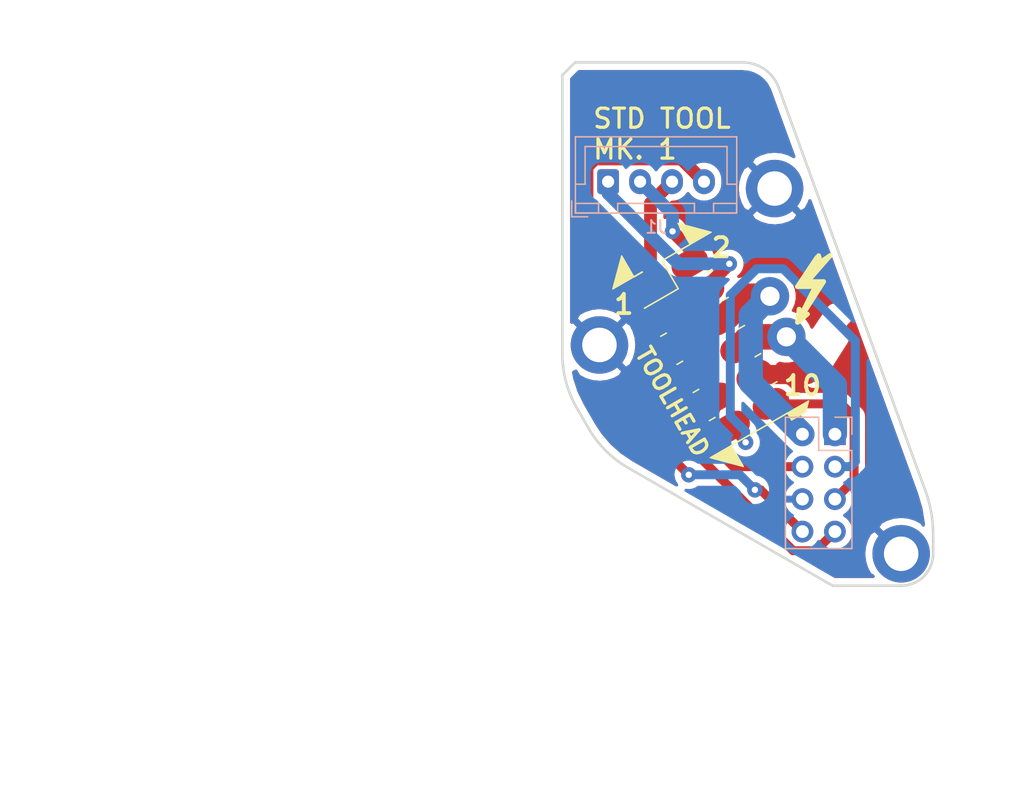
<source format=kicad_pcb>
(kicad_pcb (version 20171130) (host pcbnew "(5.1.9)-1")

  (general
    (thickness 1.6)
    (drawings 71)
    (tracks 69)
    (zones 0)
    (modules 7)
    (nets 13)
  )

  (page A4)
  (layers
    (0 F.Cu signal)
    (31 B.Cu signal)
    (32 B.Adhes user)
    (33 F.Adhes user)
    (34 B.Paste user)
    (35 F.Paste user)
    (36 B.SilkS user)
    (37 F.SilkS user)
    (38 B.Mask user)
    (39 F.Mask user)
    (40 Dwgs.User user)
    (41 Cmts.User user)
    (42 Eco1.User user)
    (43 Eco2.User user)
    (44 Edge.Cuts user)
    (45 Margin user)
    (46 B.CrtYd user)
    (47 F.CrtYd user)
    (48 B.Fab user)
    (49 F.Fab user)
  )

  (setup
    (last_trace_width 0.7)
    (user_trace_width 0.7)
    (user_trace_width 0.8)
    (user_trace_width 0.9)
    (user_trace_width 1)
    (user_trace_width 1.5)
    (user_trace_width 1.9)
    (user_trace_width 2)
    (user_trace_width 3)
    (user_trace_width 4)
    (trace_clearance 0.3)
    (zone_clearance 0.508)
    (zone_45_only no)
    (trace_min 0.2)
    (via_size 0.8)
    (via_drill 0.4)
    (via_min_size 0.4)
    (via_min_drill 0.3)
    (user_via 1.2 0.5)
    (user_via 3 1.5)
    (uvia_size 0.3)
    (uvia_drill 0.1)
    (uvias_allowed no)
    (uvia_min_size 0.2)
    (uvia_min_drill 0.1)
    (edge_width 0.05)
    (segment_width 0.2)
    (pcb_text_width 0.3)
    (pcb_text_size 1.5 1.5)
    (mod_edge_width 0.12)
    (mod_text_size 1 1)
    (mod_text_width 0.15)
    (pad_size 1.524 1.524)
    (pad_drill 0.762)
    (pad_to_mask_clearance 0)
    (aux_axis_origin 0 0)
    (grid_origin 78.511795 138.946696)
    (visible_elements 7FFFFFFF)
    (pcbplotparams
      (layerselection 0x010fc_ffffffff)
      (usegerberextensions false)
      (usegerberattributes true)
      (usegerberadvancedattributes true)
      (creategerberjobfile true)
      (excludeedgelayer true)
      (linewidth 0.100000)
      (plotframeref false)
      (viasonmask false)
      (mode 1)
      (useauxorigin false)
      (hpglpennumber 1)
      (hpglpenspeed 20)
      (hpglpendiameter 15.000000)
      (psnegative false)
      (psa4output false)
      (plotreference true)
      (plotvalue true)
      (plotinvisibletext false)
      (padsonsilk false)
      (subtractmaskfromsilk false)
      (outputformat 1)
      (mirror false)
      (drillshape 1)
      (scaleselection 1)
      (outputdirectory ""))
  )

  (net 0 "")
  (net 1 /GND1_0)
  (net 2 /THERM_OUT_0)
  (net 3 /AUX0_0)
  (net 4 /V_AUX0_0)
  (net 5 /1B_0)
  (net 6 /3V3_0)
  (net 7 /GND_0)
  (net 8 /HEATER_OUT_0)
  (net 9 /24V_0)
  (net 10 /1A_0)
  (net 11 /2A_0)
  (net 12 /2B_0)

  (net_class Default "This is the default net class."
    (clearance 0.3)
    (trace_width 0.3)
    (via_dia 0.8)
    (via_drill 0.4)
    (uvia_dia 0.3)
    (uvia_drill 0.1)
    (add_net /1A_0)
    (add_net /1B_0)
    (add_net /24V_0)
    (add_net /2A_0)
    (add_net /2B_0)
    (add_net /3V3_0)
    (add_net /AUX0_0)
    (add_net /GND1_0)
    (add_net /GND_0)
    (add_net /HEATER_OUT_0)
    (add_net /THERM_OUT_0)
    (add_net /V_AUX0_0)
  )

  (module 0_Daves_Stuff:Symbol_Highvoltage_Type1_SilkTop_Small (layer F.Cu) (tedit 0) (tstamp 60029F9B)
    (at 94.386795 135.136696)
    (descr "Symbol, Highvoltage, Type 1, Copper Top, Small,")
    (tags "Symbol, Highvoltage, Type 1, Copper Top, Small,")
    (attr virtual)
    (fp_text reference REF** (at 1.016 -5.207) (layer F.Fab)
      (effects (font (size 1 1) (thickness 0.15)))
    )
    (fp_text value Symbol_Highvoltage_Type1_CopperTop_Small (at 0.508 4.191) (layer F.Fab)
      (effects (font (size 1 1) (thickness 0.15)))
    )
    (fp_line (start -0.127 1.524) (end -0.254 1.016) (layer F.SilkS) (width 0.381))
    (fp_line (start 1.016 -0.762) (end -0.127 1.524) (layer F.SilkS) (width 0.381))
    (fp_line (start -0.381 -0.762) (end 1.016 -0.762) (layer F.SilkS) (width 0.381))
    (fp_line (start 1.143 -3.048) (end -0.381 -0.762) (layer F.SilkS) (width 0.381))
    (fp_line (start 1.397 -2.667) (end 1.27 -3.175) (layer F.SilkS) (width 0.381))
    (fp_line (start 2.159 -3.175) (end 1.397 -2.667) (layer F.SilkS) (width 0.381))
    (fp_line (start 0.381 -1.143) (end 2.159 -3.175) (layer F.SilkS) (width 0.381))
    (fp_line (start 1.651 -1.143) (end 0.381 -1.143) (layer F.SilkS) (width 0.381))
    (fp_line (start -0.127 1.651) (end 1.651 -1.143) (layer F.SilkS) (width 0.381))
    (fp_line (start 0.381 1.397) (end -0.127 1.651) (layer F.SilkS) (width 0.381))
    (fp_line (start -0.381 2.032) (end 0.381 1.397) (layer F.SilkS) (width 0.381))
    (fp_line (start -0.254 1.016) (end -0.381 2.032) (layer F.SilkS) (width 0.381))
    (fp_line (start 0 -0.889) (end 1.27 -0.889) (layer F.SilkS) (width 0.381))
    (fp_line (start 1.397 -2.794) (end 0 -0.889) (layer F.SilkS) (width 0.381))
  )

  (module 0c-boards:8021001230507101_HS (layer F.Cu) (tedit 600223E0) (tstamp 5FFDF9AA)
    (at 87.211795 138.946696 300)
    (descr "802-10-012-30-507101-2 Hand Solder")
    (tags Connector)
    (path /5FFD9C8C)
    (attr smd)
    (fp_text reference J0 (at 0 -4.572 300) (layer F.Fab)
      (effects (font (size 1.27 1.27) (thickness 0.254)))
    )
    (fp_text value TOOLHEAD (at 2.356983 4.807586 300) (layer F.SilkS)
      (effects (font (size 1.27 1.27) (thickness 0.254)))
    )
    (fp_line (start -2.54 2.54) (end -2.54 3.048) (layer F.SilkS) (width 0.12))
    (fp_line (start 0 2.54) (end 0 3.048) (layer F.SilkS) (width 0.12))
    (fp_line (start 2.54 2.54) (end 2.54 3.048) (layer F.SilkS) (width 0.12))
    (fp_line (start 5.08 2.54) (end 5.08 3.048) (layer F.SilkS) (width 0.12))
    (fp_line (start 5.08 -2.54) (end 5.08 -3.048) (layer F.SilkS) (width 0.12))
    (fp_line (start 2.54 -2.54) (end 2.54 -3.048) (layer F.SilkS) (width 0.12))
    (fp_line (start 0 -2.54) (end 0 -3.048) (layer F.SilkS) (width 0.12))
    (fp_line (start -2.54 -2.54) (end -2.54 -3.048) (layer F.SilkS) (width 0.12))
    (fp_line (start -5.08 2.54) (end -5.08 3.048) (layer F.SilkS) (width 0.12))
    (fp_line (start -5.08 -2.54) (end -5.08 -3.048) (layer F.SilkS) (width 0.12))
    (fp_line (start -8.62 3.54) (end -8.62 -3.54) (layer F.CrtYd) (width 0.1))
    (fp_line (start 8.62 3.54) (end -8.62 3.54) (layer F.CrtYd) (width 0.1))
    (fp_line (start 8.62 -3.54) (end 8.62 3.54) (layer F.CrtYd) (width 0.1))
    (fp_line (start -8.62 -3.54) (end 8.62 -3.54) (layer F.CrtYd) (width 0.1))
    (fp_line (start -7.62 2.54) (end -7.62 -2.54) (layer F.Fab) (width 0.2))
    (fp_line (start 7.62 2.54) (end -7.62 2.54) (layer F.Fab) (width 0.2))
    (fp_line (start 7.62 -2.54) (end 7.62 2.54) (layer F.Fab) (width 0.2))
    (fp_line (start -7.62 -2.54) (end 7.62 -2.54) (layer F.Fab) (width 0.2))
    (fp_line (start 7.62 -2.54) (end 7.62 2.54) (layer F.SilkS) (width 0.12))
    (fp_line (start -7.62 0) (end -7.62 -2.54) (layer F.SilkS) (width 0.12))
    (fp_line (start -7.62 0) (end -5.08 0) (layer F.SilkS) (width 0.12))
    (fp_line (start -5.08 0) (end -5.08 2.54) (layer F.SilkS) (width 0.12))
    (fp_line (start -7.62 2.54) (end -7.62 1.778) (layer F.SilkS) (width 0.12))
    (fp_line (start -7.62 1.778) (end -7.62 2.54) (layer F.SilkS) (width 0.12))
    (fp_text user %R (at 0 0 300) (layer F.Fab)
      (effects (font (size 1.27 1.27) (thickness 0.254)))
    )
    (fp_poly (pts (xy 7.62 4.445) (xy 7.62 2.54) (xy 9.525 2.54)) (layer F.SilkS) (width 0.1))
    (fp_poly (pts (xy -7.62 4.445) (xy -9.525 2.54) (xy -7.62 2.54)) (layer F.SilkS) (width 0.1))
    (fp_poly (pts (xy -7.62 -2.54) (xy -9.525 -2.54) (xy -7.62 -4.445)) (layer F.SilkS) (width 0.1))
    (fp_poly (pts (xy 8.255 -3.81) (xy 8.255 -2.54) (xy 7.62 -2.54) (xy 7.62 -4.445)) (layer F.SilkS) (width 0.1))
    (pad 4 smd roundrect (at -3.81 -1.778 30) (size 3 2) (layers F.Cu F.Paste F.Mask) (roundrect_rratio 0.5)
      (net 10 /1A_0))
    (pad 6 smd roundrect (at -1.27 -1.778 30) (size 3 2) (layers F.Cu F.Paste F.Mask) (roundrect_rratio 0.5)
      (net 9 /24V_0))
    (pad 8 smd roundrect (at 1.27 -1.778 30) (size 3 2) (layers F.Cu F.Paste F.Mask) (roundrect_rratio 0.5)
      (net 8 /HEATER_OUT_0))
    (pad 10 smd roundrect (at 3.81 -1.778 30) (size 3 2) (layers F.Cu F.Paste F.Mask) (roundrect_rratio 0.5)
      (net 7 /GND_0))
    (pad 12 smd roundrect (at 6.35 -1.778 30) (size 3 2) (layers F.Cu F.Paste F.Mask) (roundrect_rratio 0.5)
      (net 6 /3V3_0))
    (pad 11 smd roundrect (at 6.35 1.778 30) (size 3 2) (layers F.Cu F.Paste F.Mask) (roundrect_rratio 0.5)
      (net 1 /GND1_0))
    (pad 9 smd roundrect (at 3.81 1.778 30) (size 3 2) (layers F.Cu F.Paste F.Mask) (roundrect_rratio 0.5)
      (net 2 /THERM_OUT_0))
    (pad 7 smd roundrect (at 1.27 1.778 30) (size 3 2) (layers F.Cu F.Paste F.Mask) (roundrect_rratio 0.5)
      (net 3 /AUX0_0))
    (pad 5 smd roundrect (at -1.27 1.778 30) (size 3 2) (layers F.Cu F.Paste F.Mask) (roundrect_rratio 0.5)
      (net 4 /V_AUX0_0))
    (pad 3 smd roundrect (at -3.81 1.778 30) (size 3 2) (layers F.Cu F.Paste F.Mask) (roundrect_rratio 0.5)
      (net 5 /1B_0))
    (pad 2 smd roundrect (at -6.35 -1.778 30) (size 3 2) (layers F.Cu F.Paste F.Mask) (roundrect_rratio 0.5)
      (net 11 /2A_0))
    (pad 1 smd roundrect (at -6.35 1.77 30) (size 3 2) (layers F.Cu F.Paste F.Mask) (roundrect_rratio 0.5)
      (net 12 /2B_0))
    (model "D:/Users/Dave/Documents/3D Printing/Cube Zero/Electronics/switcher/c-boards/c-boards.pretty/802-10-012-30-507101.step"
      (offset (xyz -6.35 1.27 0))
      (scale (xyz 1 1 1))
      (rotate (xyz 0 0 0))
    )
  )

  (module Connector_JST:JST_XH_B4B-XH-A_1x04_P2.50mm_Vertical (layer B.Cu) (tedit 5C28146C) (tstamp 5FFDFDDD)
    (at 79.189001 126.167583)
    (descr "JST XH series connector, B4B-XH-A (http://www.jst-mfg.com/product/pdf/eng/eXH.pdf), generated with kicad-footprint-generator")
    (tags "connector JST XH vertical")
    (path /600D071F)
    (fp_text reference J1 (at 3.75 3.55) (layer B.SilkS)
      (effects (font (size 1 1) (thickness 0.15)) (justify mirror))
    )
    (fp_text value "MOTOR OUT" (at 3.75 -4.6) (layer B.Fab)
      (effects (font (size 1 1) (thickness 0.15)) (justify mirror))
    )
    (fp_line (start -2.85 2.75) (end -2.85 1.5) (layer B.SilkS) (width 0.12))
    (fp_line (start -1.6 2.75) (end -2.85 2.75) (layer B.SilkS) (width 0.12))
    (fp_line (start 9.3 -2.75) (end 3.75 -2.75) (layer B.SilkS) (width 0.12))
    (fp_line (start 9.3 0.2) (end 9.3 -2.75) (layer B.SilkS) (width 0.12))
    (fp_line (start 10.05 0.2) (end 9.3 0.2) (layer B.SilkS) (width 0.12))
    (fp_line (start -1.8 -2.75) (end 3.75 -2.75) (layer B.SilkS) (width 0.12))
    (fp_line (start -1.8 0.2) (end -1.8 -2.75) (layer B.SilkS) (width 0.12))
    (fp_line (start -2.55 0.2) (end -1.8 0.2) (layer B.SilkS) (width 0.12))
    (fp_line (start 10.05 2.45) (end 8.25 2.45) (layer B.SilkS) (width 0.12))
    (fp_line (start 10.05 1.7) (end 10.05 2.45) (layer B.SilkS) (width 0.12))
    (fp_line (start 8.25 1.7) (end 10.05 1.7) (layer B.SilkS) (width 0.12))
    (fp_line (start 8.25 2.45) (end 8.25 1.7) (layer B.SilkS) (width 0.12))
    (fp_line (start -0.75 2.45) (end -2.55 2.45) (layer B.SilkS) (width 0.12))
    (fp_line (start -0.75 1.7) (end -0.75 2.45) (layer B.SilkS) (width 0.12))
    (fp_line (start -2.55 1.7) (end -0.75 1.7) (layer B.SilkS) (width 0.12))
    (fp_line (start -2.55 2.45) (end -2.55 1.7) (layer B.SilkS) (width 0.12))
    (fp_line (start 6.75 2.45) (end 0.75 2.45) (layer B.SilkS) (width 0.12))
    (fp_line (start 6.75 1.7) (end 6.75 2.45) (layer B.SilkS) (width 0.12))
    (fp_line (start 0.75 1.7) (end 6.75 1.7) (layer B.SilkS) (width 0.12))
    (fp_line (start 0.75 2.45) (end 0.75 1.7) (layer B.SilkS) (width 0.12))
    (fp_line (start 0 1.35) (end 0.625 2.35) (layer B.Fab) (width 0.1))
    (fp_line (start -0.625 2.35) (end 0 1.35) (layer B.Fab) (width 0.1))
    (fp_line (start 10.45 2.85) (end -2.95 2.85) (layer B.CrtYd) (width 0.05))
    (fp_line (start 10.45 -3.9) (end 10.45 2.85) (layer B.CrtYd) (width 0.05))
    (fp_line (start -2.95 -3.9) (end 10.45 -3.9) (layer B.CrtYd) (width 0.05))
    (fp_line (start -2.95 2.85) (end -2.95 -3.9) (layer B.CrtYd) (width 0.05))
    (fp_line (start 10.06 2.46) (end -2.56 2.46) (layer B.SilkS) (width 0.12))
    (fp_line (start 10.06 -3.51) (end 10.06 2.46) (layer B.SilkS) (width 0.12))
    (fp_line (start -2.56 -3.51) (end 10.06 -3.51) (layer B.SilkS) (width 0.12))
    (fp_line (start -2.56 2.46) (end -2.56 -3.51) (layer B.SilkS) (width 0.12))
    (fp_line (start 9.95 2.35) (end -2.45 2.35) (layer B.Fab) (width 0.1))
    (fp_line (start 9.95 -3.4) (end 9.95 2.35) (layer B.Fab) (width 0.1))
    (fp_line (start -2.45 -3.4) (end 9.95 -3.4) (layer B.Fab) (width 0.1))
    (fp_line (start -2.45 2.35) (end -2.45 -3.4) (layer B.Fab) (width 0.1))
    (fp_text user %R (at 3.75 -2.7) (layer B.Fab)
      (effects (font (size 1 1) (thickness 0.15)) (justify mirror))
    )
    (pad 4 thru_hole oval (at 7.5 0) (size 1.7 1.95) (drill 0.95) (layers *.Cu *.Mask)
      (net 5 /1B_0))
    (pad 3 thru_hole oval (at 5 0) (size 1.7 1.95) (drill 0.95) (layers *.Cu *.Mask)
      (net 12 /2B_0))
    (pad 2 thru_hole oval (at 2.5 0) (size 1.7 1.95) (drill 0.95) (layers *.Cu *.Mask)
      (net 11 /2A_0))
    (pad 1 thru_hole roundrect (at 0 0) (size 1.7 1.95) (drill 0.95) (layers *.Cu *.Mask) (roundrect_rratio 0.147059)
      (net 10 /1A_0))
    (model ${KISYS3DMOD}/Connector_JST.3dshapes/JST_XH_B4B-XH-A_1x04_P2.50mm_Vertical.wrl
      (at (xyz 0 0 0))
      (scale (xyz 1 1 1))
      (rotate (xyz 0 0 0))
    )
  )

  (module Connector_PinHeader_2.54mm:PinHeader_2x04_P2.54mm_Vertical (layer B.Cu) (tedit 59FED5CC) (tstamp 6002294E)
    (at 96.926795 145.931696 180)
    (descr "Through hole straight pin header, 2x04, 2.54mm pitch, double rows")
    (tags "Through hole pin header THT 2x04 2.54mm double row")
    (path /600DF752)
    (fp_text reference J2 (at 1.27 2.33) (layer B.Fab)
      (effects (font (size 1 1) (thickness 0.15)) (justify mirror))
    )
    (fp_text value "INTERBOARD A" (at 1.27 -9.95) (layer B.Fab)
      (effects (font (size 1 1) (thickness 0.15)) (justify mirror))
    )
    (fp_line (start 0 1.27) (end 3.81 1.27) (layer B.Fab) (width 0.1))
    (fp_line (start 3.81 1.27) (end 3.81 -8.89) (layer B.Fab) (width 0.1))
    (fp_line (start 3.81 -8.89) (end -1.27 -8.89) (layer B.Fab) (width 0.1))
    (fp_line (start -1.27 -8.89) (end -1.27 0) (layer B.Fab) (width 0.1))
    (fp_line (start -1.27 0) (end 0 1.27) (layer B.Fab) (width 0.1))
    (fp_line (start -1.33 -8.95) (end 3.87 -8.95) (layer B.SilkS) (width 0.12))
    (fp_line (start -1.33 -1.27) (end -1.33 -8.95) (layer B.SilkS) (width 0.12))
    (fp_line (start 3.87 1.33) (end 3.87 -8.95) (layer B.SilkS) (width 0.12))
    (fp_line (start -1.33 -1.27) (end 1.27 -1.27) (layer B.SilkS) (width 0.12))
    (fp_line (start 1.27 -1.27) (end 1.27 1.33) (layer B.SilkS) (width 0.12))
    (fp_line (start 1.27 1.33) (end 3.87 1.33) (layer B.SilkS) (width 0.12))
    (fp_line (start -1.33 0) (end -1.33 1.33) (layer B.SilkS) (width 0.12))
    (fp_line (start -1.33 1.33) (end 0 1.33) (layer B.SilkS) (width 0.12))
    (fp_line (start -1.8 1.8) (end -1.8 -9.4) (layer B.CrtYd) (width 0.05))
    (fp_line (start -1.8 -9.4) (end 4.35 -9.4) (layer B.CrtYd) (width 0.05))
    (fp_line (start 4.35 -9.4) (end 4.35 1.8) (layer B.CrtYd) (width 0.05))
    (fp_line (start 4.35 1.8) (end -1.8 1.8) (layer B.CrtYd) (width 0.05))
    (fp_text user %R (at 1.27 -3.81 270) (layer B.Fab)
      (effects (font (size 1 1) (thickness 0.15)) (justify mirror))
    )
    (pad 8 thru_hole oval (at 2.54 -7.62 180) (size 1.7 1.7) (drill 1) (layers *.Cu *.Mask)
      (net 4 /V_AUX0_0))
    (pad 7 thru_hole oval (at 0 -7.62 180) (size 1.7 1.7) (drill 1) (layers *.Cu *.Mask)
      (net 3 /AUX0_0))
    (pad 6 thru_hole oval (at 2.54 -5.08 180) (size 1.7 1.7) (drill 1) (layers *.Cu *.Mask)
      (net 7 /GND_0))
    (pad 5 thru_hole oval (at 0 -5.08 180) (size 1.7 1.7) (drill 1) (layers *.Cu *.Mask)
      (net 6 /3V3_0))
    (pad 4 thru_hole oval (at 2.54 -2.54 180) (size 1.7 1.7) (drill 1) (layers *.Cu *.Mask)
      (net 2 /THERM_OUT_0))
    (pad 3 thru_hole oval (at 0 -2.54 180) (size 1.7 1.7) (drill 1) (layers *.Cu *.Mask)
      (net 1 /GND1_0))
    (pad 2 thru_hole oval (at 2.54 0 180) (size 1.7 1.7) (drill 1) (layers *.Cu *.Mask)
      (net 9 /24V_0))
    (pad 1 thru_hole rect (at 0 0 180) (size 1.7 1.7) (drill 1) (layers *.Cu *.Mask)
      (net 8 /HEATER_OUT_0))
    (model ${KISYS3DMOD}/Connector_PinHeader_2.54mm.3dshapes/PinHeader_2x04_P2.54mm_Vertical.wrl
      (at (xyz 0 0 0))
      (scale (xyz 1 1 1))
      (rotate (xyz 0 0 0))
    )
  )

  (module MountingHole:MountingHole_2.7mm_M2.5_ISO7380_Pad_TopBottom (layer F.Cu) (tedit 56D1B4CB) (tstamp 5FFE24A7)
    (at 78.511795 138.946696)
    (descr "Mounting Hole 2.7mm, M2.5, ISO7380")
    (tags "mounting hole 2.7mm m2.5 iso7380")
    (path /5FFF275A)
    (attr virtual)
    (fp_text reference H2 (at 0 -3.25) (layer F.Fab)
      (effects (font (size 1 1) (thickness 0.15)))
    )
    (fp_text value MountingHole_Pad (at 0 3.25) (layer F.Fab)
      (effects (font (size 1 1) (thickness 0.15)))
    )
    (fp_circle (center 0 0) (end 2.25 0) (layer Cmts.User) (width 0.15))
    (fp_circle (center 0 0) (end 2.5 0) (layer F.CrtYd) (width 0.05))
    (fp_text user %R (at 0.3 0) (layer F.Fab)
      (effects (font (size 1 1) (thickness 0.15)))
    )
    (pad 1 connect circle (at 0 0) (size 4.5 4.5) (layers B.Cu B.Mask)
      (net 7 /GND_0))
    (pad 1 connect circle (at 0 0) (size 4.5 4.5) (layers F.Cu F.Mask)
      (net 7 /GND_0))
    (pad 1 thru_hole circle (at 0 0) (size 3.1 3.1) (drill 2.7) (layers *.Cu *.Mask)
      (net 7 /GND_0))
  )

  (module MountingHole:MountingHole_2.7mm_M2.5_ISO7380_Pad_TopBottom (layer F.Cu) (tedit 56D1B4CB) (tstamp 5FFE249D)
    (at 102.108664 155.28737)
    (descr "Mounting Hole 2.7mm, M2.5, ISO7380")
    (tags "mounting hole 2.7mm m2.5 iso7380")
    (path /5FFF248E)
    (attr virtual)
    (fp_text reference H1 (at 0 -3.25) (layer F.Fab)
      (effects (font (size 1 1) (thickness 0.15)))
    )
    (fp_text value MountingHole_Pad (at 0 3.25) (layer F.Fab)
      (effects (font (size 1 1) (thickness 0.15)))
    )
    (fp_circle (center 0 0) (end 2.25 0) (layer Cmts.User) (width 0.15))
    (fp_circle (center 0 0) (end 2.5 0) (layer F.CrtYd) (width 0.05))
    (fp_text user %R (at 0.3 0) (layer F.Fab)
      (effects (font (size 1 1) (thickness 0.15)))
    )
    (pad 1 connect circle (at 0 0) (size 4.5 4.5) (layers B.Cu B.Mask)
      (net 7 /GND_0))
    (pad 1 connect circle (at 0 0) (size 4.5 4.5) (layers F.Cu F.Mask)
      (net 7 /GND_0))
    (pad 1 thru_hole circle (at 0 0) (size 3.1 3.1) (drill 2.7) (layers *.Cu *.Mask)
      (net 7 /GND_0))
  )

  (module MountingHole:MountingHole_2.7mm_M2.5_ISO7380_Pad_TopBottom (layer F.Cu) (tedit 56D1B4CB) (tstamp 5FFE2493)
    (at 92.209845 126.706363)
    (descr "Mounting Hole 2.7mm, M2.5, ISO7380")
    (tags "mounting hole 2.7mm m2.5 iso7380")
    (path /5FFF1E52)
    (attr virtual)
    (fp_text reference H0 (at 0 -3.25) (layer F.Fab)
      (effects (font (size 1 1) (thickness 0.15)))
    )
    (fp_text value MountingHole_Pad (at 0 3.25) (layer F.Fab)
      (effects (font (size 1 1) (thickness 0.15)))
    )
    (fp_circle (center 0 0) (end 2.25 0) (layer Cmts.User) (width 0.15))
    (fp_circle (center 0 0) (end 2.5 0) (layer F.CrtYd) (width 0.05))
    (fp_text user %R (at 0.3 0) (layer F.Fab)
      (effects (font (size 1 1) (thickness 0.15)))
    )
    (pad 1 connect circle (at 0 0) (size 4.5 4.5) (layers B.Cu B.Mask)
      (net 7 /GND_0))
    (pad 1 connect circle (at 0 0) (size 4.5 4.5) (layers F.Cu F.Mask)
      (net 7 /GND_0))
    (pad 1 thru_hole circle (at 0 0) (size 3.1 3.1) (drill 2.7) (layers *.Cu *.Mask)
      (net 7 /GND_0))
  )

  (gr_text "STD TOOL\nMK. 1" (at 77.876795 122.436696) (layer F.SilkS) (tstamp 600292EE)
    (effects (font (size 1.5 1.5) (thickness 0.25)) (justify left))
  )
  (gr_text "CUBE ZERO" (at 77.876795 118.626696) (layer F.Mask)
    (effects (font (size 1.5 1.5) (thickness 0.25)) (justify left))
  )
  (gr_text 10 (at 94.386795 142.121696) (layer F.SilkS) (tstamp 600291A8)
    (effects (font (size 1.5 1.5) (thickness 0.3)))
  )
  (gr_text 2 (at 88.036795 131.326696) (layer F.SilkS) (tstamp 600291A5)
    (effects (font (size 1.5 1.5) (thickness 0.3)))
  )
  (gr_text 1 (at 80.416795 135.771696) (layer F.SilkS)
    (effects (font (size 1.5 1.5) (thickness 0.3)))
  )
  (gr_line (start 77.198707 144.670189) (end 79.796783 143.170189) (layer Dwgs.User) (width 0.2))
  (gr_circle (center 79.796783 143.170189) (end 81.146783 143.170189) (layer Dwgs.User) (width 0.2))
  (gr_line (start 89.209845 126.121076) (end 86.799845 126.121076) (layer Dwgs.User) (width 0.2))
  (gr_line (start 76.74863 143.890633) (end 77.648784 145.449746) (layer Edge.Cuts) (width 0.2))
  (gr_line (start 98.568664 155.378697) (end 89.769845 150.298697) (layer Dwgs.User) (width 0.2))
  (gr_line (start 75.609845 117.831076) (end 75.609845 121.187816) (layer Edge.Cuts) (width 0.2))
  (gr_circle (center 102.108664 155.28737) (end 103.458664 155.28737) (layer Dwgs.User) (width 0.2))
  (gr_line (start 86.799845 126.121076) (end 86.799846 128.531076) (layer Dwgs.User) (width 0.2))
  (gr_line (start 93.23955 149.368993) (end 89.769845 150.298697) (layer Dwgs.User) (width 0.2))
  (gr_arc (start 89.709845 119.831076) (end 92.52924 118.805885) (angle -70) (layer Edge.Cuts) (width 0.2))
  (gr_arc (start 94.608664 153.78737) (end 104.608664 153.78737) (angle -20) (layer Edge.Cuts) (width 0.2))
  (gr_line (start 83.38264 132.301076) (end 82.917788 134.035928) (layer Dwgs.User) (width 0.2))
  (gr_line (start 91.039845 148.098993) (end 92.774698 147.63414) (layer Dwgs.User) (width 0.2))
  (gr_line (start 96.740608 157.78737) (end 102.108664 157.78737) (layer Edge.Cuts) (width 0.2))
  (gr_arc (start 91.890608 166.187816) (end 91.890608 174.387816) (angle -150) (layer Dwgs.User) (width 0.2))
  (gr_line (start 89.709845 116.831076) (end 76.609845 116.831076) (layer Edge.Cuts) (width 0.2))
  (gr_line (start 84.65264 134.50078) (end 81.182935 133.571076) (layer Dwgs.User) (width 0.2))
  (gr_line (start 92.309845 145.899288) (end 101.108664 150.979288) (layer Dwgs.User) (width 0.2))
  (gr_circle (center 102.108664 155.28737) (end 103.458664 155.28737) (layer Dwgs.User) (width 0.2))
  (gr_line (start 79.169846 126.121076) (end 76.609846 126.121076) (layer Dwgs.User) (width 0.2))
  (gr_line (start 79.169845 128.531076) (end 79.169846 126.121076) (layer Dwgs.User) (width 0.2))
  (gr_line (start 89.769845 150.298697) (end 92.309845 145.899288) (layer Dwgs.User) (width 0.2))
  (gr_line (start 91.039845 148.098993) (end 91.504698 149.833845) (layer Dwgs.User) (width 0.2))
  (gr_arc (start 85.01 141.199746) (end 76.349746 146.199746) (angle -30) (layer Dwgs.User) (width 0.2))
  (gr_line (start 104.608664 155.28737) (end 104.608664 153.78737) (layer Edge.Cuts) (width 0.2))
  (gr_line (start 92.309845 145.899288) (end 93.23955 149.368993) (layer Dwgs.User) (width 0.2))
  (gr_arc (start 102.108664 155.28737) (end 102.108664 157.78737) (angle -90) (layer Edge.Cuts) (width 0.2))
  (gr_line (start 75.609845 121.187816) (end 75.609846 139.640633) (layer Edge.Cuts) (width 0.2))
  (gr_line (start 91.039845 148.098993) (end 93.23955 149.368993) (layer Dwgs.User) (width 0.2))
  (gr_circle (center 91.890608 166.187816) (end 97.090608 166.187816) (layer Dwgs.User) (width 0.2))
  (gr_line (start 104.006644 150.370066) (end 92.52924 118.805885) (layer Edge.Cuts) (width 0.2))
  (gr_line (start 101.108664 150.979288) (end 98.568664 155.378697) (layer Dwgs.User) (width 0.2))
  (gr_line (start 80.76 148.560962) (end 96.740608 157.78737) (layer Edge.Cuts) (width 0.2))
  (gr_arc (start 85.01 141.199746) (end 77.648784 145.449746) (angle -30) (layer Edge.Cuts) (width 0.2))
  (gr_line (start 93.23955 149.368993) (end 94.50955 147.169288) (layer Dwgs.User) (width 0.2))
  (gr_arc (start 84.109845 139.640633) (end 75.609846 139.640633) (angle -30) (layer Edge.Cuts) (width 0.2))
  (gr_line (start 80.01 149.86) (end 95.990608 159.086408) (layer Dwgs.User) (width 0.2))
  (gr_circle (center 91.890608 166.187816) (end 100.090608 166.187816) (layer Dwgs.User) (width 0.2))
  (gr_line (start 74.109845 121.187816) (end 74.109846 139.640633) (layer Dwgs.User) (width 0.2))
  (gr_arc (start 85.01 141.199746) (end 76.349746 146.199746) (angle -30) (layer Dwgs.User) (width 0.2))
  (gr_line (start 76.609845 116.831076) (end 75.609845 117.831076) (layer Edge.Cuts) (width 0.2))
  (gr_line (start 76.609845 128.531076) (end 76.609845 116.831076) (layer Dwgs.User) (width 0.2))
  (gr_line (start 89.209845 128.531076) (end 76.609845 128.531076) (layer Dwgs.User) (width 0.2))
  (gr_line (start 89.209845 116.831076) (end 89.209845 128.531076) (layer Dwgs.User) (width 0.2))
  (gr_line (start 75.449591 144.640633) (end 76.349746 146.199746) (layer Dwgs.User) (width 0.2))
  (gr_line (start 85.582344 131.031076) (end 93.202344 144.229303) (layer Dwgs.User) (width 0.2))
  (gr_arc (start 84.109846 139.640633) (end 74.109846 139.640633) (angle -30) (layer Dwgs.User) (width 0.2))
  (gr_circle (center 65.909846 121.187816) (end 71.109845 121.187816) (layer Dwgs.User) (width 0.2))
  (gr_line (start 76.609845 116.831076) (end 89.209845 116.831076) (layer Dwgs.User) (width 0.2))
  (gr_line (start 75.449591 144.640633) (end 76.349746 146.199746) (layer Dwgs.User) (width 0.2))
  (gr_arc (start 84.109846 139.640633) (end 74.109846 139.640633) (angle -30) (layer Dwgs.User) (width 0.2))
  (gr_line (start 74.109845 121.187816) (end 74.109846 139.640633) (layer Dwgs.User) (width 0.2))
  (gr_arc (start 65.909846 121.187816) (end 74.109845 121.187816) (angle -150) (layer Dwgs.User) (width 0.2))
  (gr_line (start 91.890608 174.387816) (end 39.929084 174.387816) (layer Dwgs.User) (width 0.2))
  (gr_line (start 88.802935 146.769303) (end 81.182935 133.571076) (layer Dwgs.User) (width 0.2))
  (gr_line (start 84.65264 134.50078) (end 85.582344 131.031076) (layer Dwgs.User) (width 0.2))
  (gr_arc (start 39.929084 166.187816) (end 32.827676 162.087816) (angle -120) (layer Dwgs.User) (width 0.2))
  (gr_line (start 32.827676 162.087816) (end 58.808438 117.087816) (layer Dwgs.User) (width 0.2))
  (gr_line (start 83.38264 132.301076) (end 85.117492 132.765928) (layer Dwgs.User) (width 0.2))
  (gr_line (start 83.38264 132.301076) (end 84.65264 134.50078) (layer Dwgs.User) (width 0.2))
  (gr_line (start 93.202344 144.229303) (end 88.802935 146.769303) (layer Dwgs.User) (width 0.2))
  (gr_line (start 81.182935 133.571076) (end 85.582344 131.031076) (layer Dwgs.User) (width 0.2))
  (gr_circle (center 91.890608 166.187816) (end 97.090608 166.187816) (layer Dwgs.User) (width 0.2))
  (gr_circle (center 39.929084 166.187816) (end 45.129084 166.187816) (layer Dwgs.User) (width 0.2))
  (gr_arc (start 91.890608 166.187816) (end 91.890608 174.387816) (angle -150) (layer Dwgs.User) (width 0.2))
  (gr_line (start 80.01 149.86) (end 95.990608 159.086408) (layer Dwgs.User) (width 0.2))

  (via (at 89.941795 146.566696) (size 1.2) (drill 0.5) (layers F.Cu B.Cu) (net 1))
  (segment (start 88.847002 145.471903) (end 89.941795 146.566696) (width 0.7) (layer F.Cu) (net 1))
  (segment (start 88.847002 145.334957) (end 88.847002 145.471903) (width 0.7) (layer F.Cu) (net 1))
  (segment (start 98.128876 148.471696) (end 96.926795 148.471696) (width 0.7) (layer B.Cu) (net 1))
  (segment (start 98.526805 138.634704) (end 98.526805 148.073767) (width 0.7) (layer B.Cu) (net 1))
  (segment (start 92.878796 132.986695) (end 98.526805 138.634704) (width 0.7) (layer B.Cu) (net 1))
  (segment (start 90.814794 132.986695) (end 92.878796 132.986695) (width 0.7) (layer B.Cu) (net 1))
  (segment (start 88.746786 135.054703) (end 90.814794 132.986695) (width 0.7) (layer B.Cu) (net 1))
  (segment (start 98.526805 148.073767) (end 98.128876 148.471696) (width 0.7) (layer B.Cu) (net 1))
  (segment (start 88.746786 144.523159) (end 88.746786 135.054703) (width 0.7) (layer B.Cu) (net 1))
  (segment (start 89.941795 145.718168) (end 88.746786 144.523159) (width 0.7) (layer B.Cu) (net 1))
  (segment (start 89.941795 146.566696) (end 89.941795 145.718168) (width 0.7) (layer B.Cu) (net 1))
  (segment (start 88.970288 148.471696) (end 94.386795 148.471696) (width 0.7) (layer F.Cu) (net 2))
  (segment (start 86.766495 146.267903) (end 88.970288 148.471696) (width 0.7) (layer F.Cu) (net 2))
  (segment (start 86.766495 144.902539) (end 86.766495 146.267903) (width 0.7) (layer F.Cu) (net 2))
  (segment (start 87.577002 144.092032) (end 86.766495 144.902539) (width 0.7) (layer F.Cu) (net 2))
  (segment (start 87.577002 143.135253) (end 87.577002 144.092032) (width 0.7) (layer F.Cu) (net 2))
  (segment (start 86.307002 140.935548) (end 85.695952 140.935548) (width 1) (layer F.Cu) (net 3))
  (segment (start 95.426794 155.051697) (end 96.926795 153.551696) (width 0.7) (layer F.Cu) (net 3))
  (segment (start 93.666794 155.051697) (end 95.426794 155.051697) (width 0.7) (layer F.Cu) (net 3))
  (segment (start 85.496495 146.881398) (end 93.666794 155.051697) (width 0.7) (layer F.Cu) (net 3))
  (segment (start 85.496495 142.702835) (end 85.496495 146.881398) (width 0.7) (layer F.Cu) (net 3))
  (segment (start 86.307002 141.892328) (end 85.496495 142.702835) (width 0.7) (layer F.Cu) (net 3))
  (segment (start 86.307002 140.935548) (end 86.307002 141.892328) (width 0.7) (layer F.Cu) (net 3))
  (via (at 85.496795 149.106696) (size 1.2) (drill 0.5) (layers F.Cu B.Cu) (net 4))
  (segment (start 84.226495 147.836396) (end 85.496795 149.106696) (width 0.7) (layer F.Cu) (net 4))
  (segment (start 84.226495 139.546351) (end 84.226495 147.836396) (width 0.7) (layer F.Cu) (net 4))
  (segment (start 85.037002 138.735844) (end 84.226495 139.546351) (width 0.7) (layer F.Cu) (net 4))
  (via (at 90.668178 150.285313) (size 1.2) (drill 0.5) (layers F.Cu B.Cu) (net 4))
  (segment (start 89.489561 149.106696) (end 90.668178 150.285313) (width 0.7) (layer B.Cu) (net 4))
  (segment (start 85.496795 149.106696) (end 89.489561 149.106696) (width 0.7) (layer B.Cu) (net 4))
  (segment (start 91.120412 150.285313) (end 94.386795 153.551696) (width 0.7) (layer F.Cu) (net 4))
  (segment (start 90.668178 150.285313) (end 91.120412 150.285313) (width 0.7) (layer F.Cu) (net 4))
  (segment (start 84.913991 124.392573) (end 86.689001 126.167583) (width 1) (layer F.Cu) (net 5))
  (segment (start 78.154069 124.392573) (end 84.913991 124.392573) (width 1) (layer F.Cu) (net 5))
  (segment (start 77.538991 125.007651) (end 78.154069 124.392573) (width 1) (layer F.Cu) (net 5))
  (segment (start 81.482049 136.536139) (end 77.538991 132.593081) (width 1) (layer F.Cu) (net 5))
  (segment (start 77.538991 132.593081) (end 77.538991 125.007651) (width 1) (layer F.Cu) (net 5))
  (segment (start 83.767002 136.536139) (end 81.482049 136.536139) (width 1) (layer F.Cu) (net 5))
  (segment (start 98.426796 149.511695) (end 96.926795 151.011696) (width 0.7) (layer F.Cu) (net 6))
  (segment (start 98.426796 144.561695) (end 98.426796 149.511695) (width 0.7) (layer F.Cu) (net 6))
  (segment (start 97.422058 143.556957) (end 98.426796 144.561695) (width 0.7) (layer F.Cu) (net 6))
  (segment (start 91.926588 143.556957) (end 97.422058 143.556957) (width 0.7) (layer F.Cu) (net 6))
  (segment (start 90.754754 141.259087) (end 94.794186 141.259087) (width 1.5) (layer F.Cu) (net 7))
  (segment (start 90.656588 141.357253) (end 90.754754 141.259087) (width 1.5) (layer F.Cu) (net 7))
  (via (at 93.132721 138.311696) (size 3) (drill 1.5) (layers F.Cu B.Cu) (net 8))
  (segment (start 90.23244 138.311696) (end 93.132721 138.311696) (width 2) (layer F.Cu) (net 8))
  (segment (start 89.386588 139.157548) (end 90.23244 138.311696) (width 2) (layer F.Cu) (net 8))
  (segment (start 96.926795 142.10577) (end 96.926795 145.931696) (width 1.9) (layer B.Cu) (net 8))
  (segment (start 93.132721 138.311696) (end 96.926795 142.10577) (width 1.9) (layer B.Cu) (net 8))
  (via (at 91.846795 135.136696) (size 3) (drill 1.5) (layers F.Cu B.Cu) (net 9))
  (segment (start 89.937736 135.136696) (end 88.116588 136.957844) (width 2) (layer F.Cu) (net 9))
  (segment (start 91.846795 135.136696) (end 89.937736 135.136696) (width 2) (layer F.Cu) (net 9))
  (segment (start 90.346796 141.891697) (end 94.386795 145.931696) (width 1.9) (layer B.Cu) (net 9))
  (segment (start 90.346796 136.636695) (end 90.346796 141.891697) (width 1.9) (layer B.Cu) (net 9))
  (segment (start 91.846795 135.136696) (end 90.346796 136.636695) (width 1.9) (layer B.Cu) (net 9))
  (via (at 88.671795 132.596696) (size 1.2) (drill 0.5) (layers F.Cu B.Cu) (net 10))
  (segment (start 86.846588 134.421903) (end 88.671795 132.596696) (width 1) (layer F.Cu) (net 10))
  (segment (start 86.846588 134.758139) (end 86.846588 134.421903) (width 1) (layer F.Cu) (net 10))
  (segment (start 79.189001 127.090904) (end 79.189001 126.167583) (width 1) (layer B.Cu) (net 10))
  (segment (start 84.694793 132.596696) (end 79.189001 127.090904) (width 1) (layer B.Cu) (net 10))
  (segment (start 88.671795 132.596696) (end 84.694793 132.596696) (width 1) (layer B.Cu) (net 10))
  (segment (start 85.576588 131.406489) (end 84.226795 130.056696) (width 1) (layer F.Cu) (net 11))
  (via (at 84.226795 130.056696) (size 1.2) (drill 0.5) (layers F.Cu B.Cu) (net 11))
  (segment (start 85.576588 132.558435) (end 85.576588 131.406489) (width 1) (layer F.Cu) (net 11))
  (segment (start 84.226795 128.705377) (end 81.689001 126.167583) (width 1) (layer B.Cu) (net 11))
  (segment (start 84.226795 130.056696) (end 84.226795 128.705377) (width 1) (layer B.Cu) (net 11))
  (segment (start 82.50393 127.852654) (end 84.189001 126.167583) (width 1) (layer F.Cu) (net 12))
  (segment (start 82.50393 134.332435) (end 82.50393 127.852654) (width 1) (layer F.Cu) (net 12))

  (zone (net 7) (net_name /GND_0) (layer B.Cu) (tstamp 0) (hatch edge 0.508)
    (connect_pads (clearance 0.508))
    (min_thickness 0.254)
    (fill yes (arc_segments 32) (thermal_gap 0.54) (thermal_bridge_width 0.54))
    (polygon
      (pts
        (xy 96.3295 112.5855) (xy 111.5695 158.6865) (xy 101.7905 163.068) (xy 72.136 148.5265) (xy 72.517 111.9505)
      )
    )
    (filled_polygon
      (pts
        (xy 90.149788 117.612805) (xy 90.572271 117.740502) (xy 90.961906 117.947829) (xy 91.303852 118.226889) (xy 91.585086 118.567056)
        (xy 91.807775 118.979215) (xy 91.841566 119.065519) (xy 93.707782 124.197826) (xy 93.305659 123.987793) (xy 92.754237 123.826246)
        (xy 92.181893 123.775381) (xy 91.610624 123.837153) (xy 91.062383 124.009186) (xy 90.60472 124.253812) (xy 90.358878 124.653163)
        (xy 92.209845 126.50413) (xy 92.223987 126.489988) (xy 92.42622 126.692221) (xy 92.412078 126.706363) (xy 94.263045 128.55733)
        (xy 94.662396 128.311488) (xy 94.928415 127.802177) (xy 94.968566 127.665128) (xy 98.407388 137.122286) (xy 93.609512 132.324411)
        (xy 93.578666 132.286825) (xy 93.42868 132.163735) (xy 93.257563 132.072271) (xy 93.07189 132.015948) (xy 92.927176 132.001695)
        (xy 92.878796 131.99693) (xy 92.830416 132.001695) (xy 90.863174 132.001695) (xy 90.814794 131.99693) (xy 90.766414 132.001695)
        (xy 90.6217 132.015948) (xy 90.436027 132.072271) (xy 90.26491 132.163735) (xy 90.114924 132.286825) (xy 90.084083 132.324405)
        (xy 89.906795 132.501693) (xy 89.906795 132.475059) (xy 89.859335 132.23646) (xy 89.766238 132.011704) (xy 89.631082 131.809429)
        (xy 89.459062 131.637409) (xy 89.256787 131.502253) (xy 89.032031 131.409156) (xy 88.793432 131.361696) (xy 88.550158 131.361696)
        (xy 88.311559 131.409156) (xy 88.184716 131.461696) (xy 85.164926 131.461696) (xy 84.837313 131.134083) (xy 85.014062 131.015983)
        (xy 85.186082 130.843963) (xy 85.321238 130.641688) (xy 85.414335 130.416932) (xy 85.461795 130.178333) (xy 85.461795 129.935059)
        (xy 85.414335 129.69646) (xy 85.361795 129.569617) (xy 85.361795 128.761129) (xy 85.361949 128.759563) (xy 90.358878 128.759563)
        (xy 90.60472 129.158914) (xy 91.114031 129.424933) (xy 91.665453 129.58648) (xy 92.237797 129.637345) (xy 92.809066 129.575573)
        (xy 93.357307 129.40354) (xy 93.81497 129.158914) (xy 94.060812 128.759563) (xy 92.209845 126.908596) (xy 90.358878 128.759563)
        (xy 85.361949 128.759563) (xy 85.367286 128.705377) (xy 85.345372 128.482878) (xy 85.280471 128.26893) (xy 85.175079 128.071754)
        (xy 85.068784 127.942233) (xy 85.068782 127.942231) (xy 85.033244 127.898928) (xy 84.989941 127.86339) (xy 84.784602 127.658051)
        (xy 85.018015 127.533289) (xy 85.244135 127.347717) (xy 85.429707 127.121597) (xy 85.439001 127.104209) (xy 85.448295 127.121597)
        (xy 85.633867 127.347717) (xy 85.859988 127.533289) (xy 86.117968 127.671182) (xy 86.397891 127.756096) (xy 86.689001 127.784768)
        (xy 86.980112 127.756096) (xy 87.260035 127.671182) (xy 87.518015 127.533289) (xy 87.744135 127.347717) (xy 87.929707 127.121597)
        (xy 88.0676 126.863616) (xy 88.106823 126.734315) (xy 89.278863 126.734315) (xy 89.340635 127.305584) (xy 89.512668 127.853825)
        (xy 89.757294 128.311488) (xy 90.156645 128.55733) (xy 92.007612 126.706363) (xy 90.156645 124.855396) (xy 89.757294 125.101238)
        (xy 89.491275 125.610549) (xy 89.329728 126.161971) (xy 89.278863 126.734315) (xy 88.106823 126.734315) (xy 88.152514 126.583693)
        (xy 88.174001 126.365532) (xy 88.174001 125.969633) (xy 88.152514 125.751472) (xy 88.0676 125.471549) (xy 87.929707 125.213569)
        (xy 87.744135 124.987449) (xy 87.518014 124.801877) (xy 87.260034 124.663984) (xy 86.980111 124.57907) (xy 86.689001 124.550398)
        (xy 86.39789 124.57907) (xy 86.117967 124.663984) (xy 85.859987 124.801877) (xy 85.633867 124.987449) (xy 85.448295 125.21357)
        (xy 85.439001 125.230957) (xy 85.429707 125.213569) (xy 85.244135 124.987449) (xy 85.018014 124.801877) (xy 84.760034 124.663984)
        (xy 84.480111 124.57907) (xy 84.189001 124.550398) (xy 83.89789 124.57907) (xy 83.617967 124.663984) (xy 83.359987 124.801877)
        (xy 83.133867 124.987449) (xy 82.948295 125.21357) (xy 82.939001 125.230957) (xy 82.929707 125.213569) (xy 82.744135 124.987449)
        (xy 82.518014 124.801877) (xy 82.260034 124.663984) (xy 81.980111 124.57907) (xy 81.689001 124.550398) (xy 81.39789 124.57907)
        (xy 81.117967 124.663984) (xy 80.859987 124.801877) (xy 80.633867 124.987449) (xy 80.581778 125.05092) (xy 80.527406 124.949197)
        (xy 80.416963 124.814621) (xy 80.282387 124.704178) (xy 80.128851 124.622111) (xy 79.962255 124.571575) (xy 79.789001 124.554511)
        (xy 78.589001 124.554511) (xy 78.415747 124.571575) (xy 78.249151 124.622111) (xy 78.095615 124.704178) (xy 77.961039 124.814621)
        (xy 77.850596 124.949197) (xy 77.768529 125.102733) (xy 77.717993 125.269329) (xy 77.700929 125.442583) (xy 77.700929 126.892583)
        (xy 77.717993 127.065837) (xy 77.768529 127.232433) (xy 77.850596 127.385969) (xy 77.961039 127.520545) (xy 78.095615 127.630988)
        (xy 78.228759 127.702155) (xy 78.240717 127.724527) (xy 78.382552 127.897353) (xy 78.425866 127.9329) (xy 83.852806 133.359842)
        (xy 83.888344 133.403145) (xy 83.931647 133.438683) (xy 83.931649 133.438685) (xy 84.06117 133.54498) (xy 84.258346 133.650372)
        (xy 84.472294 133.715273) (xy 84.694793 133.737187) (xy 84.750545 133.731696) (xy 88.184716 133.731696) (xy 88.311559 133.784236)
        (xy 88.550158 133.831696) (xy 88.576793 133.831696) (xy 88.084497 134.323992) (xy 88.046917 134.354833) (xy 87.923827 134.504819)
        (xy 87.874938 134.596284) (xy 87.832362 134.675937) (xy 87.776039 134.86161) (xy 87.757021 135.054703) (xy 87.761787 135.103093)
        (xy 87.761786 144.474779) (xy 87.757021 144.523159) (xy 87.761786 144.571538) (xy 87.776039 144.716252) (xy 87.832362 144.901925)
        (xy 87.923826 145.073043) (xy 88.046916 145.223029) (xy 88.084501 145.253874) (xy 88.837094 146.006468) (xy 88.754255 146.20646)
        (xy 88.706795 146.445059) (xy 88.706795 146.688333) (xy 88.754255 146.926932) (xy 88.847352 147.151688) (xy 88.982508 147.353963)
        (xy 89.154528 147.525983) (xy 89.356803 147.661139) (xy 89.581559 147.754236) (xy 89.820158 147.801696) (xy 90.063432 147.801696)
        (xy 90.302031 147.754236) (xy 90.526787 147.661139) (xy 90.729062 147.525983) (xy 90.901082 147.353963) (xy 91.036238 147.151688)
        (xy 91.129335 146.926932) (xy 91.176795 146.688333) (xy 91.176795 146.445059) (xy 91.129335 146.20646) (xy 91.036238 145.981704)
        (xy 90.926795 145.817911) (xy 90.926795 145.766548) (xy 90.93156 145.718168) (xy 90.912542 145.525074) (xy 90.856219 145.339401)
        (xy 90.847029 145.322207) (xy 90.764755 145.168284) (xy 90.641665 145.018298) (xy 90.604085 144.987457) (xy 89.731786 144.115159)
        (xy 89.731786 143.518215) (xy 93.321088 147.107518) (xy 93.501955 147.255951) (xy 93.519401 147.265276) (xy 93.440163 147.318221)
        (xy 93.23332 147.525064) (xy 93.070805 147.768285) (xy 92.958863 148.038538) (xy 92.901795 148.325436) (xy 92.901795 148.617956)
        (xy 92.958863 148.904854) (xy 93.070805 149.175107) (xy 93.23332 149.418328) (xy 93.440163 149.625171) (xy 93.593145 149.72739)
        (xy 93.475764 149.798714) (xy 93.256628 149.999754) (xy 93.080924 150.239683) (xy 92.955404 150.50928) (xy 92.917514 150.634202)
        (xy 93.044139 150.868696) (xy 94.243795 150.868696) (xy 94.243795 150.848696) (xy 94.529795 150.848696) (xy 94.529795 150.868696)
        (xy 94.549795 150.868696) (xy 94.549795 151.154696) (xy 94.529795 151.154696) (xy 94.529795 151.174696) (xy 94.243795 151.174696)
        (xy 94.243795 151.154696) (xy 93.044139 151.154696) (xy 92.917514 151.38919) (xy 92.955404 151.514112) (xy 93.080924 151.783709)
        (xy 93.256628 152.023638) (xy 93.475764 152.224678) (xy 93.593145 152.296002) (xy 93.440163 152.398221) (xy 93.23332 152.605064)
        (xy 93.070805 152.848285) (xy 92.958863 153.118538) (xy 92.901795 153.405436) (xy 92.901795 153.697956) (xy 92.958863 153.984854)
        (xy 93.070805 154.255107) (xy 93.23332 154.498328) (xy 93.440163 154.705171) (xy 93.683384 154.867686) (xy 93.953637 154.979628)
        (xy 94.240535 155.036696) (xy 94.533055 155.036696) (xy 94.819953 154.979628) (xy 95.090206 154.867686) (xy 95.333427 154.705171)
        (xy 95.54027 154.498328) (xy 95.656795 154.323936) (xy 95.77332 154.498328) (xy 95.980163 154.705171) (xy 96.223384 154.867686)
        (xy 96.493637 154.979628) (xy 96.780535 155.036696) (xy 97.073055 155.036696) (xy 97.359953 154.979628) (xy 97.630206 154.867686)
        (xy 97.873427 154.705171) (xy 98.08027 154.498328) (xy 98.242785 154.255107) (xy 98.354727 153.984854) (xy 98.411795 153.697956)
        (xy 98.411795 153.405436) (xy 98.354727 153.118538) (xy 98.242785 152.848285) (xy 98.08027 152.605064) (xy 97.873427 152.398221)
        (xy 97.699035 152.281696) (xy 97.873427 152.165171) (xy 98.08027 151.958328) (xy 98.242785 151.715107) (xy 98.354727 151.444854)
        (xy 98.411795 151.157956) (xy 98.411795 150.865436) (xy 98.354727 150.578538) (xy 98.242785 150.308285) (xy 98.08027 150.065064)
        (xy 97.873427 149.858221) (xy 97.699035 149.741696) (xy 97.873427 149.625171) (xy 98.041902 149.456696) (xy 98.080496 149.456696)
        (xy 98.128876 149.461461) (xy 98.177256 149.456696) (xy 98.32197 149.442443) (xy 98.507643 149.38612) (xy 98.67876 149.294656)
        (xy 98.828746 149.171566) (xy 98.859592 149.13398) (xy 99.189089 148.804483) (xy 99.226675 148.773637) (xy 99.349765 148.623651)
        (xy 99.441229 148.452534) (xy 99.497552 148.266861) (xy 99.511805 148.122147) (xy 99.51657 148.073767) (xy 99.511805 148.025387)
        (xy 99.511805 140.15956) (xy 103.306982 150.596735) (xy 103.642006 151.735048) (xy 103.828822 152.888483) (xy 103.835899 153.033177)
        (xy 103.713789 152.834819) (xy 103.204478 152.5688) (xy 102.653056 152.407253) (xy 102.080712 152.356388) (xy 101.509443 152.41816)
        (xy 100.961202 152.590193) (xy 100.503539 152.834819) (xy 100.257697 153.23417) (xy 102.108664 155.085137) (xy 102.122806 155.070995)
        (xy 102.325039 155.273228) (xy 102.310897 155.28737) (xy 102.325039 155.301512) (xy 102.122806 155.503745) (xy 102.108664 155.489603)
        (xy 102.094522 155.503745) (xy 101.892289 155.301512) (xy 101.906431 155.28737) (xy 100.055464 153.436403) (xy 99.656113 153.682245)
        (xy 99.390094 154.191556) (xy 99.228547 154.742978) (xy 99.177682 155.315322) (xy 99.239454 155.886591) (xy 99.411487 156.434832)
        (xy 99.656113 156.892495) (xy 99.915817 157.05237) (xy 96.937551 157.05237) (xy 85.282346 150.323235) (xy 85.375158 150.341696)
        (xy 85.618432 150.341696) (xy 85.857031 150.294236) (xy 86.081787 150.201139) (xy 86.24558 150.091696) (xy 89.081561 150.091696)
        (xy 89.442207 150.452342) (xy 89.480638 150.645549) (xy 89.573735 150.870305) (xy 89.708891 151.07258) (xy 89.880911 151.2446)
        (xy 90.083186 151.379756) (xy 90.307942 151.472853) (xy 90.546541 151.520313) (xy 90.789815 151.520313) (xy 91.028414 151.472853)
        (xy 91.25317 151.379756) (xy 91.455445 151.2446) (xy 91.627465 151.07258) (xy 91.762621 150.870305) (xy 91.855718 150.645549)
        (xy 91.903178 150.40695) (xy 91.903178 150.163676) (xy 91.855718 149.925077) (xy 91.762621 149.700321) (xy 91.627465 149.498046)
        (xy 91.455445 149.326026) (xy 91.25317 149.19087) (xy 91.028414 149.097773) (xy 90.835207 149.059342) (xy 90.220277 148.444412)
        (xy 90.189431 148.406826) (xy 90.039445 148.283736) (xy 89.868328 148.192272) (xy 89.682655 148.135949) (xy 89.537941 148.121696)
        (xy 89.489561 148.116931) (xy 89.441181 148.121696) (xy 86.24558 148.121696) (xy 86.081787 148.012253) (xy 85.857031 147.919156)
        (xy 85.618432 147.871696) (xy 85.375158 147.871696) (xy 85.136559 147.919156) (xy 84.911803 148.012253) (xy 84.709528 148.147409)
        (xy 84.537508 148.319429) (xy 84.402352 148.521704) (xy 84.309255 148.74646) (xy 84.261795 148.985059) (xy 84.261795 149.228333)
        (xy 84.309255 149.466932) (xy 84.402352 149.691688) (xy 84.536681 149.892725) (xy 81.149177 147.936949) (xy 80.251827 147.333956)
        (xy 79.463334 146.631433) (xy 78.774987 145.825482) (xy 78.274723 145.063905) (xy 77.397675 143.544813) (xy 76.922043 142.573927)
        (xy 76.590451 141.571287) (xy 76.499089 141.078343) (xy 76.540736 141.11999) (xy 76.660829 140.999897) (xy 76.90667 141.399247)
        (xy 77.415981 141.665266) (xy 77.967403 141.826813) (xy 78.539747 141.877678) (xy 79.111016 141.815906) (xy 79.659257 141.643873)
        (xy 80.11692 141.399247) (xy 80.362762 140.999896) (xy 78.511795 139.148929) (xy 78.497653 139.163071) (xy 78.29542 138.960838)
        (xy 78.309562 138.946696) (xy 78.714028 138.946696) (xy 80.564995 140.797663) (xy 80.964346 140.551821) (xy 81.230365 140.04251)
        (xy 81.391912 139.491088) (xy 81.442777 138.918744) (xy 81.381005 138.347475) (xy 81.208972 137.799234) (xy 80.964346 137.341571)
        (xy 80.564995 137.095729) (xy 78.714028 138.946696) (xy 78.309562 138.946696) (xy 76.458595 137.095729) (xy 76.344846 137.165753)
        (xy 76.344846 136.893496) (xy 76.660828 136.893496) (xy 78.511795 138.744463) (xy 80.362762 136.893496) (xy 80.11692 136.494145)
        (xy 79.607609 136.228126) (xy 79.056187 136.066579) (xy 78.483843 136.015714) (xy 77.912574 136.077486) (xy 77.364333 136.249519)
        (xy 76.90667 136.494145) (xy 76.660828 136.893496) (xy 76.344846 136.893496) (xy 76.344844 121.223931) (xy 76.344845 121.223921)
        (xy 76.344845 118.135522) (xy 76.914292 117.566076) (xy 89.674719 117.566076)
      )
    )
  )
  (zone (net 7) (net_name /GND_0) (layer F.Cu) (tstamp 60022840) (hatch edge 0.508)
    (connect_pads (clearance 0.508))
    (min_thickness 0.254)
    (fill yes (arc_segments 32) (thermal_gap 0.54) (thermal_bridge_width 0.54))
    (polygon
      (pts
        (xy 96.3295 112.643251) (xy 111.5695 158.744251) (xy 101.7905 163.125751) (xy 72.136 148.584251) (xy 72.517 112.008251)
      )
    )
    (filled_polygon
      (pts
        (xy 103.306982 150.596735) (xy 103.642006 151.735048) (xy 103.828822 152.888483) (xy 103.835899 153.033177) (xy 103.713789 152.834819)
        (xy 103.204478 152.5688) (xy 102.653056 152.407253) (xy 102.080712 152.356388) (xy 101.509443 152.41816) (xy 100.961202 152.590193)
        (xy 100.503539 152.834819) (xy 100.257697 153.23417) (xy 102.108664 155.085137) (xy 102.122806 155.070995) (xy 102.325039 155.273228)
        (xy 102.310897 155.28737) (xy 102.325039 155.301512) (xy 102.122806 155.503745) (xy 102.108664 155.489603) (xy 102.094522 155.503745)
        (xy 101.892289 155.301512) (xy 101.906431 155.28737) (xy 100.055464 153.436403) (xy 99.656113 153.682245) (xy 99.390094 154.191556)
        (xy 99.228547 154.742978) (xy 99.177682 155.315322) (xy 99.239454 155.886591) (xy 99.411487 156.434832) (xy 99.656113 156.892495)
        (xy 99.915817 157.05237) (xy 96.937551 157.05237) (xy 95.178354 156.036697) (xy 95.378414 156.036697) (xy 95.426794 156.041462)
        (xy 95.475174 156.036697) (xy 95.619888 156.022444) (xy 95.805561 155.966121) (xy 95.976678 155.874657) (xy 96.126664 155.751567)
        (xy 96.15751 155.713982) (xy 96.834795 155.036696) (xy 97.073055 155.036696) (xy 97.359953 154.979628) (xy 97.630206 154.867686)
        (xy 97.873427 154.705171) (xy 98.08027 154.498328) (xy 98.242785 154.255107) (xy 98.354727 153.984854) (xy 98.411795 153.697956)
        (xy 98.411795 153.405436) (xy 98.354727 153.118538) (xy 98.242785 152.848285) (xy 98.08027 152.605064) (xy 97.873427 152.398221)
        (xy 97.699035 152.281696) (xy 97.873427 152.165171) (xy 98.08027 151.958328) (xy 98.242785 151.715107) (xy 98.354727 151.444854)
        (xy 98.411795 151.157956) (xy 98.411795 150.919697) (xy 99.089086 150.242406) (xy 99.126666 150.211565) (xy 99.249756 150.061579)
        (xy 99.34122 149.890462) (xy 99.397543 149.704789) (xy 99.411796 149.560075) (xy 99.416561 149.511695) (xy 99.411796 149.463315)
        (xy 99.411796 144.610074) (xy 99.416561 144.561694) (xy 99.397543 144.368601) (xy 99.34122 144.182928) (xy 99.327694 144.157622)
        (xy 99.249756 144.011811) (xy 99.126666 143.861825) (xy 99.08908 143.830979) (xy 98.152774 142.894673) (xy 98.121928 142.857087)
        (xy 97.971942 142.733997) (xy 97.800825 142.642533) (xy 97.615152 142.58621) (xy 97.470438 142.571957) (xy 97.422058 142.567192)
        (xy 97.373678 142.571957) (xy 93.823102 142.571957) (xy 93.591168 142.2269) (xy 93.356795 142.007386) (xy 93.0841 141.837814)
        (xy 93.027608 141.816552) (xy 93.056734 141.769712) (xy 93.103016 141.646746) (xy 93.124418 141.517113) (xy 93.120119 141.385796)
        (xy 93.090285 141.257841) (xy 93.03606 141.138165) (xy 92.68814 140.542004) (xy 92.460357 140.480971) (xy 92.604766 140.397596)
        (xy 92.595576 140.381678) (xy 92.922442 140.446696) (xy 93.343 140.446696) (xy 93.755477 140.364649) (xy 94.144023 140.203708)
        (xy 94.493704 139.970059) (xy 94.791084 139.672679) (xy 94.877751 139.542973) (xy 94.88645 139.547611) (xy 94.958361 139.586049)
        (xy 94.958781 139.586177) (xy 94.959163 139.58638) (xy 95.035928 139.609579) (xy 95.113969 139.633252) (xy 95.114407 139.633295)
        (xy 95.11482 139.63342) (xy 95.194693 139.641202) (xy 95.235242 139.645196) (xy 95.235681 139.645196) (xy 95.276662 139.649189)
        (xy 95.316775 139.645196) (xy 95.337108 139.645196) (xy 95.26814 139.783132) (xy 95.201614 139.792969) (xy 95.19246 139.79624)
        (xy 95.182867 139.797888) (xy 95.11595 139.823576) (xy 95.048485 139.84768) (xy 95.040138 139.852678) (xy 95.031059 139.856163)
        (xy 94.970464 139.894395) (xy 94.908971 139.931214) (xy 94.901761 139.937743) (xy 94.893535 139.942933) (xy 94.841541 139.992274)
        (xy 94.788437 140.040361) (xy 94.782642 140.048168) (xy 94.775583 140.054866) (xy 94.734211 140.113405) (xy 94.69151 140.170925)
        (xy 94.687349 140.179713) (xy 94.681733 140.187659) (xy 94.652571 140.253157) (xy 94.621919 140.317891) (xy 94.619553 140.32732)
        (xy 94.615594 140.336211) (xy 94.599776 140.406116) (xy 94.582335 140.475608) (xy 94.579838 140.525959) (xy 94.459972 141.484893)
        (xy 94.449708 141.538598) (xy 94.450214 141.605985) (xy 94.44845 141.673363) (xy 94.450825 141.687183) (xy 94.45093 141.701201)
        (xy 94.464574 141.767196) (xy 94.475988 141.833624) (xy 94.481013 141.846714) (xy 94.483851 141.860443) (xy 94.510111 141.922518)
        (xy 94.534262 141.985432) (xy 94.541742 141.997288) (xy 94.547206 142.010203) (xy 94.585066 142.065953) (xy 94.621032 142.122956)
        (xy 94.630686 142.133129) (xy 94.638561 142.144725) (xy 94.68658 142.192028) (xy 94.732966 142.240908) (xy 94.74441 142.248996)
        (xy 94.754403 142.25884) (xy 94.810726 142.295865) (xy 94.865758 142.334758) (xy 94.878569 142.340462) (xy 94.890283 142.348162)
        (xy 94.952733 142.373481) (xy 95.01431 142.400897) (xy 95.027986 142.403991) (xy 95.040978 142.409259) (xy 95.107173 142.421909)
        (xy 95.172909 142.436784) (xy 95.186925 142.437151) (xy 95.200697 142.439783) (xy 95.268087 142.439277) (xy 95.335462 142.441041)
        (xy 95.349282 142.438666) (xy 95.3633 142.438561) (xy 95.429295 142.424917) (xy 95.495723 142.413503) (xy 95.508813 142.408478)
        (xy 95.522542 142.40564) (xy 95.584617 142.37938) (xy 95.647531 142.355229) (xy 95.659387 142.347749) (xy 95.672302 142.342285)
        (xy 95.728058 142.304421) (xy 95.785055 142.268459) (xy 95.824716 142.230822) (xy 96.524069 141.648029) (xy 96.546369 141.633991)
        (xy 96.58637 141.596111) (xy 96.597421 141.586902) (xy 96.615843 141.568201) (xy 96.664439 141.522182) (xy 96.67279 141.510392)
        (xy 96.682939 141.500089) (xy 96.719746 141.444097) (xy 96.758427 141.389486) (xy 96.764316 141.376297) (xy 96.772262 141.364209)
        (xy 96.797432 141.302126) (xy 96.824722 141.241005) (xy 96.827927 141.22691) (xy 96.833358 141.213514) (xy 96.845928 141.14774)
        (xy 96.860775 141.082443) (xy 96.861169 141.067993) (xy 96.863882 141.053795) (xy 96.863379 140.986838) (xy 96.865202 140.919895)
        (xy 96.862769 140.905644) (xy 96.86266 140.89119) (xy 96.849102 140.825609) (xy 96.837832 140.759605) (xy 96.832667 140.746108)
        (xy 96.82974 140.731949) (xy 96.828616 140.729291) (xy 97.977504 138.923896) (xy 97.997494 138.899538) (xy 98.021055 138.855458)
        (xy 98.026009 138.847674) (xy 98.040157 138.819722) (xy 98.074148 138.75613) (xy 98.076846 138.747236) (xy 98.081041 138.738948)
        (xy 98.100423 138.669513) (xy 98.121351 138.600522) (xy 98.122262 138.591277) (xy 98.12476 138.582326) (xy 98.130223 138.510442)
        (xy 98.137289 138.438696) (xy 98.136378 138.429447) (xy 98.137082 138.420184) (xy 98.12842 138.348644) (xy 98.121351 138.27687)
        (xy 98.118652 138.267974) (xy 98.117536 138.258754) (xy 98.095088 138.190291) (xy 98.074148 138.121262) (xy 98.069765 138.113062)
        (xy 98.066872 138.104239) (xy 98.031483 138.041443) (xy 97.997494 137.977854) (xy 97.991602 137.970674) (xy 97.987038 137.962576)
        (xy 97.940068 137.90788) (xy 97.894336 137.852155) (xy 97.887151 137.846258) (xy 97.881099 137.839211) (xy 97.824373 137.794738)
        (xy 97.768637 137.748997) (xy 97.760442 137.744617) (xy 97.75313 137.738884) (xy 97.748901 137.736744) (xy 98.371914 137.024729)
      )
    )
    (filled_polygon
      (pts
        (xy 94.529795 150.868696) (xy 94.549795 150.868696) (xy 94.549795 151.154696) (xy 94.529795 151.154696) (xy 94.529795 151.174696)
        (xy 94.243795 151.174696) (xy 94.243795 151.154696) (xy 94.223795 151.154696) (xy 94.223795 150.868696) (xy 94.243795 150.868696)
        (xy 94.243795 150.848696) (xy 94.529795 150.848696)
      )
    )
    (filled_polygon
      (pts
        (xy 90.149788 117.612805) (xy 90.572271 117.740502) (xy 90.961906 117.947829) (xy 91.303852 118.226889) (xy 91.585086 118.567056)
        (xy 91.807775 118.979215) (xy 91.841566 119.065519) (xy 93.707782 124.197826) (xy 93.305659 123.987793) (xy 92.754237 123.826246)
        (xy 92.181893 123.775381) (xy 91.610624 123.837153) (xy 91.062383 124.009186) (xy 90.60472 124.253812) (xy 90.358878 124.653163)
        (xy 92.209845 126.50413) (xy 92.223987 126.489988) (xy 92.42622 126.692221) (xy 92.412078 126.706363) (xy 94.263045 128.55733)
        (xy 94.662396 128.311488) (xy 94.928415 127.802177) (xy 94.968566 127.665128) (xy 97.846649 135.580188) (xy 97.816662 135.577203)
        (xy 97.788702 135.579927) (xy 97.760617 135.579039) (xy 97.707951 135.587795) (xy 97.654819 135.592972) (xy 97.62792 135.601101)
        (xy 97.60021 135.605708) (xy 97.550276 135.624565) (xy 97.499162 135.640012) (xy 97.47437 135.653231) (xy 97.448087 135.663156)
        (xy 97.402779 135.691401) (xy 97.391632 135.697344) (xy 97.372948 135.7098) (xy 97.353566 135.695411) (xy 97.2066 135.62582)
        (xy 97.048883 135.586236) (xy 96.886473 135.578183) (xy 96.725614 135.601969) (xy 96.572485 135.65668) (xy 96.432971 135.740214)
        (xy 96.312437 135.849361) (xy 96.281304 135.891298) (xy 96.21264 135.94777) (xy 96.135432 136.042049) (xy 95.128893 137.551858)
        (xy 95.024733 137.300394) (xy 94.791084 136.950713) (xy 94.493704 136.653333) (xy 94.144023 136.419684) (xy 93.755477 136.258743)
        (xy 93.675446 136.242824) (xy 93.738807 136.147998) (xy 93.899748 135.759452) (xy 93.981795 135.346975) (xy 93.981795 134.926417)
        (xy 93.899748 134.51394) (xy 93.738807 134.125394) (xy 93.505158 133.775713) (xy 93.207778 133.478333) (xy 92.858097 133.244684)
        (xy 92.469551 133.083743) (xy 92.057074 133.001696) (xy 91.636516 133.001696) (xy 91.224039 133.083743) (xy 90.835493 133.244684)
        (xy 90.485812 133.478333) (xy 90.462449 133.501696) (xy 90.018055 133.501696) (xy 89.937735 133.493785) (xy 89.857416 133.501696)
        (xy 89.857414 133.501696) (xy 89.61722 133.525353) (xy 89.411515 133.587753) (xy 89.459062 133.555983) (xy 89.631082 133.383963)
        (xy 89.766238 133.181688) (xy 89.859335 132.956932) (xy 89.906795 132.718333) (xy 89.906795 132.475059) (xy 89.859335 132.23646)
        (xy 89.766238 132.011704) (xy 89.631082 131.809429) (xy 89.459062 131.637409) (xy 89.256787 131.502253) (xy 89.032031 131.409156)
        (xy 88.793432 131.361696) (xy 88.550158 131.361696) (xy 88.311559 131.409156) (xy 88.086803 131.502253) (xy 87.884528 131.637409)
        (xy 87.712508 131.809429) (xy 87.605515 131.969555) (xy 87.589502 131.875778) (xy 87.474737 131.575868) (xy 87.474736 131.575866)
        (xy 87.241168 131.228378) (xy 87.006795 131.008864) (xy 86.7341 130.839292) (xy 86.51024 130.755037) (xy 86.418577 130.643345)
        (xy 86.418575 130.643343) (xy 86.383037 130.60004) (xy 86.339734 130.564502) (xy 85.373778 129.598548) (xy 85.321238 129.471704)
        (xy 85.186082 129.269429) (xy 85.014062 129.097409) (xy 84.811787 128.962253) (xy 84.587031 128.869156) (xy 84.348432 128.821696)
        (xy 84.105158 128.821696) (xy 83.866559 128.869156) (xy 83.641803 128.962253) (xy 83.63893 128.964173) (xy 83.63893 128.759563)
        (xy 90.358878 128.759563) (xy 90.60472 129.158914) (xy 91.114031 129.424933) (xy 91.665453 129.58648) (xy 92.237797 129.637345)
        (xy 92.809066 129.575573) (xy 93.357307 129.40354) (xy 93.81497 129.158914) (xy 94.060812 128.759563) (xy 92.209845 126.908596)
        (xy 90.358878 128.759563) (xy 83.63893 128.759563) (xy 83.63893 128.322785) (xy 84.178028 127.783687) (xy 84.189001 127.784768)
        (xy 84.480112 127.756096) (xy 84.760035 127.671182) (xy 85.018015 127.533289) (xy 85.244135 127.347717) (xy 85.429707 127.121597)
        (xy 85.439001 127.104209) (xy 85.448295 127.121597) (xy 85.633867 127.347717) (xy 85.859988 127.533289) (xy 86.117968 127.671182)
        (xy 86.397891 127.756096) (xy 86.689001 127.784768) (xy 86.980112 127.756096) (xy 87.260035 127.671182) (xy 87.518015 127.533289)
        (xy 87.744135 127.347717) (xy 87.929707 127.121597) (xy 88.0676 126.863616) (xy 88.106823 126.734315) (xy 89.278863 126.734315)
        (xy 89.340635 127.305584) (xy 89.512668 127.853825) (xy 89.757294 128.311488) (xy 90.156645 128.55733) (xy 92.007612 126.706363)
        (xy 90.156645 124.855396) (xy 89.757294 125.101238) (xy 89.491275 125.610549) (xy 89.329728 126.161971) (xy 89.278863 126.734315)
        (xy 88.106823 126.734315) (xy 88.152514 126.583693) (xy 88.174001 126.365532) (xy 88.174001 125.969633) (xy 88.152514 125.751472)
        (xy 88.0676 125.471549) (xy 87.929707 125.213569) (xy 87.744135 124.987449) (xy 87.518014 124.801877) (xy 87.260034 124.663984)
        (xy 86.980111 124.57907) (xy 86.689001 124.550398) (xy 86.678028 124.551479) (xy 85.755987 123.629438) (xy 85.72044 123.586124)
        (xy 85.547614 123.444289) (xy 85.350438 123.338897) (xy 85.13649 123.273996) (xy 84.969743 123.257573) (xy 84.969742 123.257573)
        (xy 84.913991 123.252082) (xy 84.85824 123.257573) (xy 78.209821 123.257573) (xy 78.154069 123.252082) (xy 78.098317 123.257573)
        (xy 77.93157 123.273996) (xy 77.717622 123.338897) (xy 77.520446 123.444289) (xy 77.34762 123.586124) (xy 77.312077 123.629433)
        (xy 76.775851 124.16566) (xy 76.732543 124.201202) (xy 76.590708 124.374028) (xy 76.580796 124.392573) (xy 76.485315 124.571205)
        (xy 76.420414 124.785153) (xy 76.3985 125.007651) (xy 76.403992 125.063412) (xy 76.403991 132.537329) (xy 76.3985 132.593081)
        (xy 76.403991 132.648832) (xy 76.420414 132.815579) (xy 76.485315 133.029527) (xy 76.590707 133.226704) (xy 76.732542 133.39953)
        (xy 76.775856 133.435077) (xy 79.552867 136.212088) (xy 79.056187 136.066579) (xy 78.483843 136.015714) (xy 77.912574 136.077486)
        (xy 77.364333 136.249519) (xy 76.90667 136.494145) (xy 76.660828 136.893496) (xy 78.511795 138.744463) (xy 78.525937 138.730321)
        (xy 78.72817 138.932554) (xy 78.714028 138.946696) (xy 80.564995 140.797663) (xy 80.964346 140.551821) (xy 81.230365 140.04251)
        (xy 81.391912 139.491088) (xy 81.442777 138.918744) (xy 81.381005 138.347475) (xy 81.208972 137.799234) (xy 81.106989 137.608437)
        (xy 81.25955 137.654716) (xy 81.482048 137.67663) (xy 81.5378 137.671139) (xy 81.971312 137.671139) (xy 82.102422 137.866196)
        (xy 82.336795 138.08571) (xy 82.60949 138.255282) (xy 82.910026 138.368396) (xy 83.08172 138.396743) (xy 83.049977 138.467839)
        (xy 82.97878 138.780965) (xy 82.970038 139.101964) (xy 83.024088 139.418501) (xy 83.138853 139.718411) (xy 83.138854 139.718413)
        (xy 83.241495 139.871116) (xy 83.241496 147.788006) (xy 83.23673 147.836396) (xy 83.255748 148.029489) (xy 83.312071 148.215162)
        (xy 83.345981 148.278602) (xy 83.403536 148.38628) (xy 83.526626 148.536266) (xy 83.564206 148.567107) (xy 84.270824 149.273725)
        (xy 84.309255 149.466932) (xy 84.402352 149.691688) (xy 84.536681 149.892725) (xy 81.149177 147.936949) (xy 80.251827 147.333956)
        (xy 79.463334 146.631433) (xy 78.774987 145.825482) (xy 78.274723 145.063905) (xy 77.397675 143.544813) (xy 76.922043 142.573927)
        (xy 76.590451 141.571287) (xy 76.499089 141.078343) (xy 76.540736 141.11999) (xy 76.660829 140.999897) (xy 76.90667 141.399247)
        (xy 77.415981 141.665266) (xy 77.967403 141.826813) (xy 78.539747 141.877678) (xy 79.111016 141.815906) (xy 79.659257 141.643873)
        (xy 80.11692 141.399247) (xy 80.362762 140.999896) (xy 78.511795 139.148929) (xy 78.497653 139.163071) (xy 78.29542 138.960838)
        (xy 78.309562 138.946696) (xy 76.458595 137.095729) (xy 76.344846 137.165753) (xy 76.344844 121.223931) (xy 76.344845 121.223921)
        (xy 76.344845 118.135522) (xy 76.914292 117.566076) (xy 89.674719 117.566076)
      )
    )
    (filled_polygon
      (pts
        (xy 90.70893 141.161911) (xy 90.72625 141.151911) (xy 90.86925 141.399595) (xy 90.85193 141.409595) (xy 90.86193 141.426915)
        (xy 90.614246 141.569915) (xy 90.604246 141.552595) (xy 90.586926 141.562595) (xy 90.443926 141.314911) (xy 90.461246 141.304911)
        (xy 90.451246 141.287591) (xy 90.69893 141.144591)
      )
    )
  )
)

</source>
